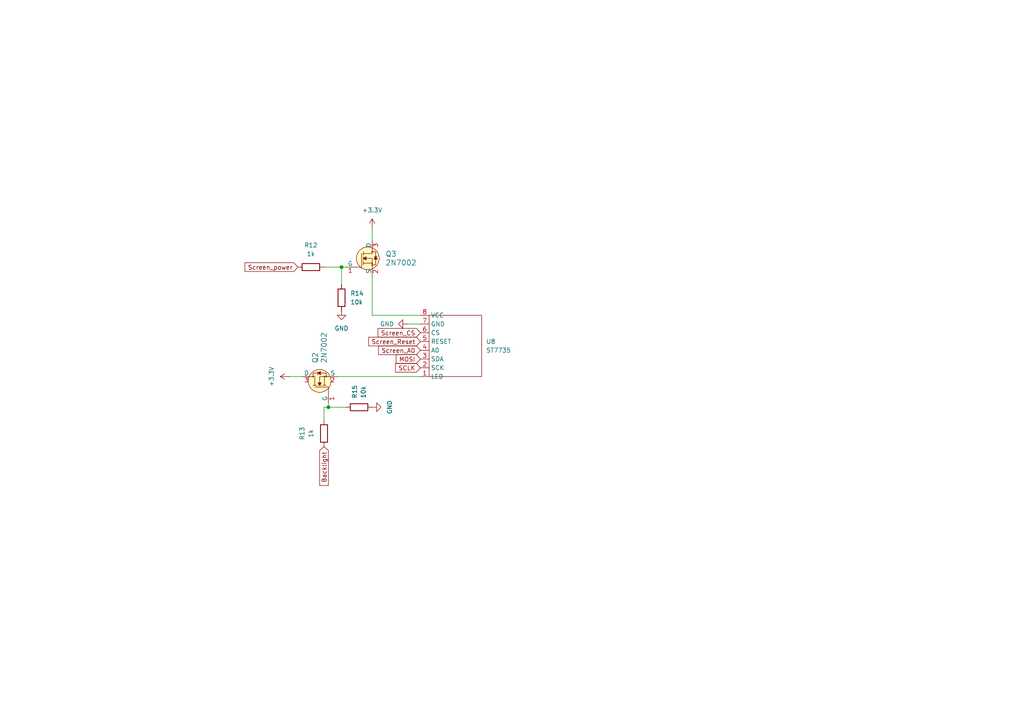
<source format=kicad_sch>
(kicad_sch (version 20250114) (generator "eeschema") (generator_version "9.0")
  (paper "A4")
  (lib_symbols
    (symbol "Device:R" (pin_numbers (hide yes)) (pin_names (offset 0))
      (property "Reference" "R" (at 2.032 0 90))
      (property "Value" "R" (at 0 0 90))
      (symbol "R_0_1"
        (rectangle (start -1.016 -2.54) (end 1.016 2.54) (stroke (width 0.254)))
      )
      (symbol "R_1_1"
        (pin passive line (at 0 3.81 270) (length 1.27) (name "~") (number "1"))
        (pin passive line (at 0 -3.81 90) (length 1.27) (name "~") (number "2"))
      )
    )
    (symbol "Smarter Watch:ST7735"
      (property "Reference" "U" (at 0 0 0))
      (symbol "ST7735_0_1"
        (rectangle (start -6.35 -1.27) (end 8.89 -19.05))
      )
      (symbol "ST7735_1_1"
        (pin input line (at -8.89 -1.27 0) (length 2.54) (name "VCC") (number "8"))
        (pin input line (at -8.89 -3.81 0) (length 2.54) (name "GND") (number "7"))
        (pin input line (at -8.89 -6.35 0) (length 2.54) (name "CS") (number "6"))
        (pin input line (at -8.89 -8.89 0) (length 2.54) (name "RESET") (number "5"))
        (pin input line (at -8.89 -11.43 0) (length 2.54) (name "A0") (number "4"))
        (pin input line (at -8.89 -13.97 0) (length 2.54) (name "SDA") (number "3"))
        (pin input line (at -8.89 -16.51 0) (length 2.54) (name "SCK") (number "2"))
        (pin input line (at -8.89 -19.05 0) (length 2.54) (name "LED") (number "1"))
      )
    )
    (symbol "dk_Transistors-FETs-MOSFETs-Single:2N7002" (pin_names (offset 0))
      (property "Reference" "Q" (at -2.6924 3.6322 0))
      (property "Value" "2N7002" (at 3.4544 0 90))
      (symbol "2N7002_0_1"
        (polyline (pts (xy -5.08 -2.54) (xy -3.048 -2.54) (xy -3.048 1.397)))
        (circle (center -1.27 0) (radius 3.302) (fill (type background)))
        (polyline (pts (xy -0.127 -1.905) (xy 1.016 -1.905) (xy 1.016 1.397) (xy 1.016 1.905) (xy -0.127 1.905)))
        (polyline (pts (xy 0 2.54) (xy 0 1.397) (xy -2.54 1.397)))
        (circle (center 0 1.905) (radius 0.127))
        (polyline (pts (xy 0 -1.397) (xy -2.54 -1.397)))
        (circle (center 0 -1.397) (radius 0.127))
        (circle (center 0 -1.905) (radius 0.127))
        (polyline (pts (xy 0 -2.54) (xy 0 0) (xy -2.54 0)))
      )
      (symbol "2N7002_1_1"
        (polyline (pts (xy -2.54 1.905) (xy -2.54 0.889)))
        (polyline (pts (xy -2.54 0) (xy -2.54 0.508)))
        (polyline (pts (xy -2.54 0) (xy -2.54 -0.508)))
        (polyline (pts (xy -2.54 0) (xy -1.778 0.508) (xy -1.778 -0.508) (xy -2.54 0)) (fill (type outline)))
        (polyline (pts (xy -2.54 -1.397) (xy -2.54 -0.889)))
        (polyline (pts (xy -2.54 -1.397) (xy -2.54 -1.905)))
        (polyline (pts (xy 1.016 0.508) (xy 0.508 -0.254) (xy 1.524 -0.254) (xy 1.016 0.508)) (fill (type outline)))
        (polyline (pts (xy 1.524 0.508) (xy 0.508 0.508)))
        (pin bidirectional line (at -7.62 -2.54 0) (length 2.54) (name "G") (number "1"))
        (pin bidirectional line (at 0 5.08 270) (length 2.54) (name "D") (number "3"))
        (pin bidirectional line (at 0 -5.08 90) (length 2.54) (name "S") (number "2"))
      )
    )
    (symbol "power:+3.3V" (power) (pin_numbers (hide yes)) (pin_names (offset 0) (hide yes))
      (property "Value" "+3.3V" (at 0 3.556 0))
      (symbol "+3.3V_0_1"
        (polyline (pts (xy -0.762 1.27) (xy 0 2.54)))
        (polyline (pts (xy 0 2.54) (xy 0.762 1.27)))
        (polyline (pts (xy 0 0) (xy 0 2.54)))
      )
      (symbol "+3.3V_1_1"
        (pin power_in line (at 0 0 90) (length 0) (name "~") (number "1"))
      )
    )
    (symbol "power:GND" (power) (pin_numbers (hide yes)) (pin_names (offset 0) (hide yes))
      (property "Value" "GND" (at 0 -3.81 0))
      (symbol "GND_0_1"
        (polyline (pts (xy 0 0) (xy 0 -1.27) (xy 1.27 -1.27) (xy 0 -2.54) (xy -1.27 -1.27) (xy 0 -1.27)))
      )
      (symbol "GND_1_1"
        (pin power_in line (at 0 0 270) (length 0) (name "~") (number "1"))
      )
    )
  )
  (junction (at 95.25 118.11))
  (junction (at 99.06 77.47))
  (wire (pts (xy 93.98 121.92) (xy 93.98 118.11)))
  (wire (pts (xy 99.06 77.47) (xy 99.06 82.55)))
  (wire (pts (xy 107.95 80.01) (xy 107.95 91.44)))
  (wire (pts (xy 118.11 93.98) (xy 121.92 93.98)))
  (wire (pts (xy 93.98 118.11) (xy 95.25 118.11)))
  (wire (pts (xy 107.95 91.44) (xy 121.92 91.44)))
  (wire (pts (xy 83.82 109.22) (xy 87.63 109.22)))
  (wire (pts (xy 95.25 118.11) (xy 100.33 118.11)))
  (wire (pts (xy 93.98 77.47) (xy 99.06 77.47)))
  (wire (pts (xy 107.95 66.04) (xy 107.95 69.85)))
  (wire (pts (xy 100.33 77.47) (xy 99.06 77.47)))
  (wire (pts (xy 95.25 116.84) (xy 95.25 118.11)))
  (wire (pts (xy 97.79 109.22) (xy 121.92 109.22)))
  (global_label "Screen_CS" (shape input) (at 121.92 96.52 180) (property "Intersheetrefs" "${INTERSHEET_REFS}" (effects (hide yes))))
  (global_label "Screen_Reset" (shape input) (at 121.92 99.06 180) (property "Intersheetrefs" "${INTERSHEET_REFS}" (effects (hide yes))))
  (global_label "Screen_power" (shape input) (at 86.36 77.47 180) (property "Intersheetrefs" "${INTERSHEET_REFS}" (effects (hide yes))))
  (global_label "Screen_A0" (shape input) (at 121.92 101.6 180) (property "Intersheetrefs" "${INTERSHEET_REFS}" (effects (hide yes))))
  (global_label "Backlight" (shape input) (at 93.98 129.54 270) (property "Intersheetrefs" "${INTERSHEET_REFS}" (effects (hide yes))))
  (global_label "SCLK" (shape input) (at 121.92 106.68 180) (property "Intersheetrefs" "${INTERSHEET_REFS}" (effects (hide yes))))
  (global_label "MOSI" (shape input) (at 121.92 104.14 180) (property "Intersheetrefs" "${INTERSHEET_REFS}" (effects (hide yes))))
  (symbol (lib_id "power:GND") (at 107.95 118.11 90) (unit 1)
    (property "Reference" "#PWR039" (effects (hide yes)))
    (property "Value" "GND" (at 113.03 118.11 0))
    (property "Description" "Power symbol creates a global label with name \"GND\" , ground" (effects (hide yes)))
  )
  (symbol (lib_id "power:+3.3V") (at 83.82 109.22 90) (unit 1)
    (property "Reference" "#PWR036" (effects (hide yes)))
    (property "Value" "+3.3V" (at 78.74 109.22 0))
    (property "Description" "Power symbol creates a global label with name \"+3.3V\"" (effects (hide yes)))
  )
  (symbol (lib_id "power:+3.3V") (at 107.95 66.04 0) (unit 1)
    (property "Reference" "#PWR038" (effects (hide yes)))
    (property "Value" "+3.3V" (at 107.95 60.96 0))
    (property "Description" "Power symbol creates a global label with name \"+3.3V\"" (effects (hide yes)))
  )
  (symbol (lib_id "power:GND") (at 118.11 93.98 270) (unit 1)
    (property "Reference" "#PWR040" (effects (hide yes)))
    (property "Value" "GND" (at 114.3 93.9799 90) (effects (justify right)))
    (property "Description" "Power symbol creates a global label with name \"GND\" , ground" (effects (hide yes)))
  )
  (symbol (lib_id "Smarter Watch:ST7735") (at 130.81 90.17 0) (unit 1)
    (property "Reference" "U8" (at 140.97 99.0599 0) (effects (justify left)))
    (property "Value" "ST7735" (at 140.97 101.5999 0) (effects (justify left)))
  )
  (symbol (lib_id "Device:R") (at 99.06 86.36 180) (unit 1)
    (property "Reference" "R14" (at 101.6 85.0899 0) (effects (justify right)))
    (property "Value" "10k" (at 101.6 87.6299 0) (effects (justify right)))
    (property "Footprint" "Resistor_SMD:R_0402_1005Metric" (effects (hide yes)))
    (property "Description" "Resistor" (effects (hide yes)))
  )
  (symbol (lib_id "dk_Transistors-FETs-MOSFETs-Single:2N7002") (at 92.71 109.22 90) (unit 1)
    (property "Reference" "Q2" (at 91.4399 105.41 0) (effects (font (size 1.524 1.524)) (justify left)))
    (property "Value" "2N7002" (at 93.9799 105.41 0) (effects (font (size 1.524 1.524)) (justify left)))
    (property "Footprint" "Package_TO_SOT_SMD:SOT-23" (effects (hide yes)))
    (property "Datasheet" "https://www.onsemi.com/pub/Collateral/NDS7002A-D.PDF" (effects (hide yes)))
    (property "Description" "MOSFET N-CH 60V 115MA SOT-23" (effects (hide yes)))
    (property "Digi-Key_PN" "2N7002NCT-ND" (effects (hide yes)))
    (property "MPN" "2N7002" (effects (hide yes)))
    (property "Category" "Discrete Semiconductor Products" (effects (hide yes)))
    (property "Family" "Transistors - FETs, MOSFETs - Single" (effects (hide yes)))
    (property "DK_Datasheet_Link" "https://www.onsemi.com/pub/Collateral/NDS7002A-D.PDF" (effects (hide yes)))
    (property "DK_Detail_Page" "/product-detail/en/on-semiconductor/2N7002/2N7002NCT-ND/244664" (effects (hide yes)))
    (property "Description_1" "MOSFET N-CH 60V 115MA SOT-23" (effects (hide yes)))
    (property "Manufacturer" "ON Semiconductor" (effects (hide yes)))
    (property "Status" "Active" (effects (hide yes)))
  )
  (symbol (lib_id "Device:R") (at 104.14 118.11 270) (unit 1)
    (property "Reference" "R15" (at 102.8699 115.57 0) (effects (justify right)))
    (property "Value" "10k" (at 105.4099 115.57 0) (effects (justify right)))
    (property "Footprint" "Resistor_SMD:R_0402_1005Metric" (effects (hide yes)))
    (property "Description" "Resistor" (effects (hide yes)))
  )
  (symbol (lib_id "power:GND") (at 99.06 90.17 0) (unit 1)
    (property "Reference" "#PWR037" (effects (hide yes)))
    (property "Value" "GND" (at 99.06 95.25 0))
    (property "Description" "Power symbol creates a global label with name \"GND\" , ground" (effects (hide yes)))
  )
  (symbol (lib_id "dk_Transistors-FETs-MOSFETs-Single:2N7002") (at 107.95 74.93 0) (unit 1)
    (property "Reference" "Q3" (at 111.76 73.6599 0) (effects (font (size 1.524 1.524)) (justify left)))
    (property "Value" "2N7002" (at 111.76 76.1999 0) (effects (font (size 1.524 1.524)) (justify left)))
    (property "Footprint" "Package_TO_SOT_SMD:SOT-23" (effects (hide yes)))
    (property "Datasheet" "https://www.onsemi.com/pub/Collateral/NDS7002A-D.PDF" (effects (hide yes)))
    (property "Description" "MOSFET N-CH 60V 115MA SOT-23" (effects (hide yes)))
    (property "Digi-Key_PN" "2N7002NCT-ND" (effects (hide yes)))
    (property "MPN" "2N7002" (effects (hide yes)))
    (property "Category" "Discrete Semiconductor Products" (effects (hide yes)))
    (property "Family" "Transistors - FETs, MOSFETs - Single" (effects (hide yes)))
    (property "DK_Datasheet_Link" "https://www.onsemi.com/pub/Collateral/NDS7002A-D.PDF" (effects (hide yes)))
    (property "DK_Detail_Page" "/product-detail/en/on-semiconductor/2N7002/2N7002NCT-ND/244664" (effects (hide yes)))
    (property "Description_1" "MOSFET N-CH 60V 115MA SOT-23" (effects (hide yes)))
    (property "Manufacturer" "ON Semiconductor" (effects (hide yes)))
    (property "Status" "Active" (effects (hide yes)))
  )
  (symbol (lib_id "Device:R") (at 90.17 77.47 90) (unit 1)
    (property "Reference" "R12" (at 90.17 71.12 90))
    (property "Value" "1k" (at 90.17 73.66 90))
    (property "Footprint" "Resistor_SMD:R_0402_1005Metric" (effects (hide yes)))
    (property "Description" "Resistor" (effects (hide yes)))
  )
  (symbol (lib_id "Device:R") (at 93.98 125.73 180) (unit 1)
    (property "Reference" "R13" (at 87.63 125.73 90))
    (property "Value" "1k" (at 90.17 125.73 90))
    (property "Footprint" "Resistor_SMD:R_0402_1005Metric" (effects (hide yes)))
    (property "Description" "Resistor" (effects (hide yes)))
  )
)
</source>
